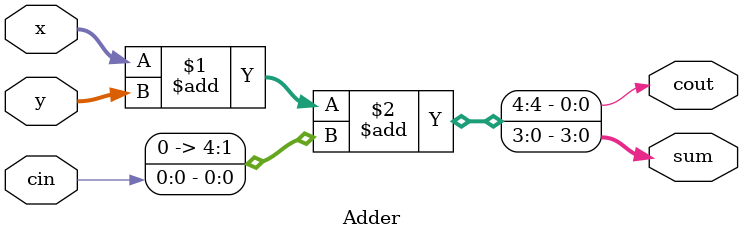
<source format=sv>
module Adder(
    input logic [3:0] x,y,
    input logic cin,
    output logic [3:0] sum,
    output logic cout
);
    assign {cout, sum} = x + y + {3'b000, cin};
endmodule

</source>
